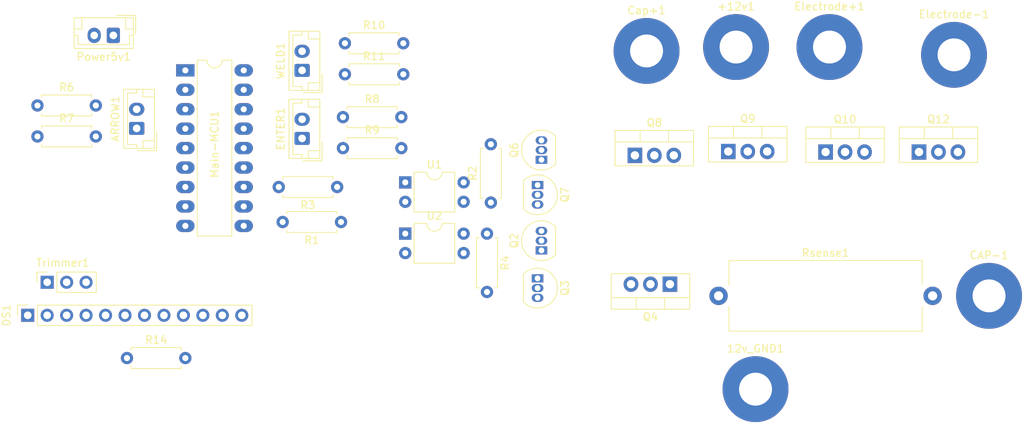
<source format=kicad_pcb>
(kicad_pcb (version 20221018) (generator pcbnew)
  (layers (0 "F.Cu" signal) (31 "B.Cu" signal) (34 "B.Paste" user) (35 "F.Paste" user) (36 "B.SilkS" user "B.Silkscreen") (37 "F.SilkS" user "F.Silkscreen") (38 "B.Mask" user) (39 "F.Mask" user) (44 "Edge.Cuts" user))
  (net 0 "")
  (net 1 "arrowkey")
  (net 2 "Net-(ARROW1-Pin_2)")
  (net 3 "+12V")
  (net 4 "GNDS")
  (net 5 "GND")
  (net 6 "+5V")
  (net 7 "Net-(DS1-VO)")
  (net 8 "RS")
  (net 9 "EN")
  (net 10 "D4")
  (net 11 "D5")
  (net 12 "D6")
  (net 13 "D7")
  (net 14 "Net-(DS1-LED(+))")
  (net 15 "enterkey")
  (net 16 "Net-(ENTER1-Pin_2)")
  (net 17 "Charging")
  (net 18 "Discharge")
  (net 19 "weldingkey")
  (net 20 "GNDA")
  (net 21 "Net-(Q2-E)")
  (net 22 "Net-(Q2-B)")
  (net 23 "Net-(Q10-G)")
  (net 24 "Net-(Q6-B)")
  (net 25 "Net-(R1-Pad1)")
  (net 26 "Net-(R3-Pad1)")
  (net 27 "Net-(WELD1-Pin_2)")
  (net 28 "/NMOS_DISCHARGE")
  (net 29 "/NMOS_CHARGE")
  (footprint "Resistor_THT:R_Axial_DIN0207_L6.3mm_D2.5mm_P7.62mm_Horizontal" (layer "F.Cu") (at 85.344 106.68)
    (fp_text reference "R9" (at 3.81 -2.37) (layer "F.SilkS"))
    (fp_text value "10k")
    (fp_line (start 0.54 -1.37) (end 7.08 -1.37) (stroke (width 0.12)) (layer "F.SilkS"))
    (fp_line (start 0.54 -1.04) (end 0.54 -1.37) (stroke (width 0.12)) (layer "F.SilkS"))
    (fp_line (start 0.54 1.04) (end 0.54 1.37) (stroke (width 0.12)) (layer "F.SilkS"))
    (fp_line (start 0.54 1.37) (end 7.08 1.37) (stroke (width 0.12)) (layer "F.SilkS"))
    (fp_line (start 7.08 -1.37) (end 7.08 -1.04) (stroke (width 0.12)) (layer "F.SilkS"))
    (fp_line (start 7.08 1.37) (end 7.08 1.04) (stroke (width 0.12)) (layer "F.SilkS"))
    (pad "1" thru_hole circle (at 0 0) (size 1.6 1.6) (drill 0.8) (layers "*.Cu" "*.Mask") (net 15 "enterkey"))
    (pad "2" thru_hole oval (at 7.62 0) (size 1.6 1.6) (drill 0.8) (layers "*.Cu" "*.Mask") (net 5 "GND"))
  )
  (footprint "MountingHole:MountingHole_4.3mm_M4_Pad" (layer "F.Cu") (at 136.652 93.472)
    (fp_text reference "+12v1" (at 0 -5.3) (layer "F.SilkS"))
    (fp_text value "Pin")
    (pad "1" thru_hole circle (at 0 0) (size 8.6 8.6) (drill 4.3) (layers "*.Cu" "*.Mask") (net 3 "+12V"))
  )
  (footprint "Resistor_THT:R_Axial_DIN0207_L6.3mm_D2.5mm_P7.62mm_Horizontal" (layer "F.Cu") (at 57.15 134.112)
    (fp_text reference "R14" (at 3.81 -2.37) (layer "F.SilkS"))
    (fp_text value "330")
    (fp_line (start 0.54 -1.37) (end 7.08 -1.37) (stroke (width 0.12)) (layer "F.SilkS"))
    (fp_line (start 0.54 -1.04) (end 0.54 -1.37) (stroke (width 0.12)) (layer "F.SilkS"))
    (fp_line (start 0.54 1.04) (end 0.54 1.37) (stroke (width 0.12)) (layer "F.SilkS"))
    (fp_line (start 0.54 1.37) (end 7.08 1.37) (stroke (width 0.12)) (layer "F.SilkS"))
    (fp_line (start 7.08 -1.37) (end 7.08 -1.04) (stroke (width 0.12)) (layer "F.SilkS"))
    (fp_line (start 7.08 1.37) (end 7.08 1.04) (stroke (width 0.12)) (layer "F.SilkS"))
    (pad "1" thru_hole circle (at 0 0) (size 1.6 1.6) (drill 0.8) (layers "*.Cu" "*.Mask") (net 6 "+5V"))
    (pad "2" thru_hole oval (at 7.62 0) (size 1.6 1.6) (drill 0.8) (layers "*.Cu" "*.Mask") (net 14 "Net-(DS1-LED(+))"))
  )
  (footprint "Resistor_THT:R_Axial_DIN0207_L6.3mm_D2.5mm_P7.62mm_Horizontal" (layer "F.Cu") (at 84.582 111.76 180)
    (fp_text reference "R3" (at 3.81 -2.37) (layer "F.SilkS"))
    (fp_text value "220")
    (fp_line (start 0.54 -1.37) (end 7.08 -1.37) (stroke (width 0.12)) (layer "F.SilkS"))
    (fp_line (start 0.54 -1.04) (end 0.54 -1.37) (stroke (width 0.12)) (layer "F.SilkS"))
    (fp_line (start 0.54 1.04) (end 0.54 1.37) (stroke (width 0.12)) (layer "F.SilkS"))
    (fp_line (start 0.54 1.37) (end 7.08 1.37) (stroke (width 0.12)) (layer "F.SilkS"))
    (fp_line (start 7.08 -1.37) (end 7.08 -1.04) (stroke (width 0.12)) (layer "F.SilkS"))
    (fp_line (start 7.08 1.37) (end 7.08 1.04) (stroke (width 0.12)) (layer "F.SilkS"))
    (pad "1" thru_hole circle (at 0 0 180) (size 1.6 1.6) (drill 0.8) (layers "*.Cu" "*.Mask") (net 26 "Net-(R3-Pad1)"))
    (pad "2" thru_hole oval (at 7.62 0 180) (size 1.6 1.6) (drill 0.8) (layers "*.Cu" "*.Mask") (net 18 "Discharge"))
  )
  (footprint "Package_TO_SOT_THT:TO-92_Inline" (layer "F.Cu") (at 111.252 120.044 90)
    (fp_text reference "Q2" (at 1.27 -3.56 90) (layer "F.SilkS"))
    (fp_text value "S8050")
    (fp_line (start -0.53 1.85) (end 3.07 1.85) (stroke (width 0.12)) (layer "F.SilkS"))
    (fp_arc (start -0.568478 1.838478) (mid -1.132087 -0.994977) (end 1.27 -2.6) (stroke (width 0.12)) (layer "F.SilkS"))
    (fp_arc (start 1.27 -2.6) (mid 3.672087 -0.994977) (end 3.108478 1.838478) (stroke (width 0.12)) (layer "F.SilkS"))
    (pad "1" thru_hole rect (at 0 0 90) (size 1.05 1.5) (drill 0.75) (layers "*.Cu" "*.Mask") (net 21 "Net-(Q2-E)"))
    (pad "2" thru_hole oval (at 1.27 0 90) (size 1.05 1.5) (drill 0.75) (layers "*.Cu" "*.Mask") (net 22 "Net-(Q2-B)"))
    (pad "3" thru_hole oval (at 2.54 0 90) (size 1.05 1.5) (drill 0.75) (layers "*.Cu" "*.Mask") (net 3 "+12V"))
  )
  (footprint "Package_TO_SOT_THT:TO-92_Inline" (layer "F.Cu") (at 111.252 108.204 90)
    (fp_text reference "Q6" (at 1.27 -3.56 90) (layer "F.SilkS"))
    (fp_text value "S8050")
    (fp_line (start -0.53 1.85) (end 3.07 1.85) (stroke (width 0.12)) (layer "F.SilkS"))
    (fp_arc (start -0.568478 1.838478) (mid -1.132087 -0.994977) (end 1.27 -2.6) (stroke (width 0.12)) (layer "F.SilkS"))
    (fp_arc (start 1.27 -2.6) (mid 3.672087 -0.994977) (end 3.108478 1.838478) (stroke (width 0.12)) (layer "F.SilkS"))
    (pad "1" thru_hole rect (at 0 0 90) (size 1.05 1.5) (drill 0.75) (layers "*.Cu" "*.Mask") (net 23 "Net-(Q10-G)"))
    (pad "2" thru_hole oval (at 1.27 0 90) (size 1.05 1.5) (drill 0.75) (layers "*.Cu" "*.Mask") (net 24 "Net-(Q6-B)"))
    (pad "3" thru_hole oval (at 2.54 0 90) (size 1.05 1.5) (drill 0.75) (layers "*.Cu" "*.Mask") (net 3 "+12V"))
  )
  (footprint "MountingHole:MountingHole_4.3mm_M4_Pad" (layer "F.Cu") (at 169.672 125.984)
    (fp_text reference "CAP-1" (at 0 -5.3) (layer "F.SilkS"))
    (fp_text value "Pin")
    (pad "1" thru_hole circle (at 0 0) (size 8.6 8.6) (drill 4.3) (layers "*.Cu" "*.Mask") (net 4 "GNDS"))
  )
  (footprint "Package_TO_SOT_THT:TO-220-3_Vertical" (layer "F.Cu") (at 135.636 107.117)
    (fp_text reference "Q9" (at 2.54 -4.27) (layer "F.SilkS"))
    (fp_text value "IRF1405")
    (fp_line (start -2.58 -3.27) (end -2.58 1.371) (stroke (width 0.12)) (layer "F.SilkS"))
    (fp_line (start -2.58 -3.27) (end 7.66 -3.27) (stroke (width 0.12)) (layer "F.SilkS"))
    (fp_line (start -2.58 -1.76) (end 7.66 -1.76) (stroke (width 0.12)) (layer "F.SilkS"))
    (fp_line (start -2.58 1.371) (end 7.66 1.371) (stroke (width 0.12)) (layer "F.SilkS"))
    (fp_line (start 0.69 -3.27) (end 0.69 -1.76) (stroke (width 0.12)) (layer "F.SilkS"))
    (fp_line (start 4.391 -3.27) (end 4.391 -1.76) (stroke (width 0.12)) (layer "F.SilkS"))
    (fp_line (start 7.66 -3.27) (end 7.66 1.371) (stroke (width 0.12)) (layer "F.SilkS"))
    (pad "1" thru_hole rect (at 0 0) (size 1.905 2) (drill 1.1) (layers "*.Cu" "*.Mask") (net 28 "/NMOS_DISCHARGE"))
    (pad "2" thru_hole oval (at 2.54 0) (size 1.905 2) (drill 1.1) (layers "*.Cu" "*.Mask") (net 23 "Net-(Q10-G)"))
    (pad "3" thru_hole oval (at 5.08 0) (size 1.905 2) (drill 1.1) (layers "*.Cu" "*.Mask") (net 4 "GNDS"))
  )
  (footprint "Package_TO_SOT_THT:TO-220-3_Vertical" (layer "F.Cu") (at 148.336 107.188)
    (fp_text reference "Q10" (at 2.54 -4.27) (layer "F.SilkS"))
    (fp_text value "IRF1405")
    (fp_line (start -2.58 -3.27) (end -2.58 1.371) (stroke (width 0.12)) (layer "F.SilkS"))
    (fp_line (start -2.58 -3.27) (end 7.66 -3.27) (stroke (width 0.12)) (layer "F.SilkS"))
    (fp_line (start -2.58 -1.76) (end 7.66 -1.76) (stroke (width 0.12)) (layer "F.SilkS"))
    (fp_line (start -2.58 1.371) (end 7.66 1.371) (stroke (width 0.12)) (layer "F.SilkS"))
    (fp_line (start 0.69 -3.27) (end 0.69 -1.76) (stroke (width 0.12)) (layer "F.SilkS"))
    (fp_line (start 4.391 -3.27) (end 4.391 -1.76) (stroke (width 0.12)) (layer "F.SilkS"))
    (fp_line (start 7.66 -3.27) (end 7.66 1.371) (stroke (width 0.12)) (layer "F.SilkS"))
    (pad "1" thru_hole rect (at 0 0) (size 1.905 2) (drill 1.1) (layers "*.Cu" "*.Mask") (net 28 "/NMOS_DISCHARGE"))
    (pad "2" thru_hole oval (at 2.54 0) (size 1.905 2) (drill 1.1) (layers "*.Cu" "*.Mask") (net 23 "Net-(Q10-G)"))
    (pad "3" thru_hole oval (at 5.08 0) (size 1.905 2) (drill 1.1) (layers "*.Cu" "*.Mask") (net 4 "GNDS"))
  )
  (footprint "Package_TO_SOT_THT:TO-92_Inline" (layer "F.Cu") (at 110.744 123.698 -90)
    (fp_text reference "Q3" (at 1.27 -3.56 90) (layer "F.SilkS"))
    (fp_text value "S8550")
    (fp_line (start -0.53 1.85) (end 3.07 1.85) (stroke (width 0.12)) (layer "F.SilkS"))
    (fp_arc (start -0.568478 1.838478) (mid -1.132087 -0.994977) (end 1.27 -2.6) (stroke (width 0.12)) (layer "F.SilkS"))
    (fp_arc (start 1.27 -2.6) (mid 3.672087 -0.994977) (end 3.108478 1.838478) (stroke (width 0.12)) (layer "F.SilkS"))
    (pad "1" thru_hole rect (at 0 0 270) (size 1.05 1.5) (drill 0.75) (layers "*.Cu" "*.Mask") (net 21 "Net-(Q2-E)"))
    (pad "2" thru_hole oval (at 1.27 0 270) (size 1.05 1.5) (drill 0.75) (layers "*.Cu" "*.Mask") (net 22 "Net-(Q2-B)"))
    (pad "3" thru_hole oval (at 2.54 0 270) (size 1.05 1.5) (drill 0.75) (layers "*.Cu" "*.Mask") (net 20 "GNDA"))
  )
  (footprint "Resistor_THT:R_Axial_DIN0207_L6.3mm_D2.5mm_P7.62mm_Horizontal" (layer "F.Cu") (at 45.466 101.106)
    (fp_text reference "R6" (at 3.81 -2.37) (layer "F.SilkS"))
    (fp_text value "1k")
    (fp_line (start 0.54 -1.37) (end 7.08 -1.37) (stroke (width 0.12)) (layer "F.SilkS"))
    (fp_line (start 0.54 -1.04) (end 0.54 -1.37) (stroke (width 0.12)) (layer "F.SilkS"))
    (fp_line (start 0.54 1.04) (end 0.54 1.37) (stroke (width 0.12)) (layer "F.SilkS"))
    (fp_line (start 0.54 1.37) (end 7.08 1.37) (stroke (width 0.12)) (layer "F.SilkS"))
    (fp_line (start 7.08 -1.37) (end 7.08 -1.04) (stroke (width 0.12)) (layer "F.SilkS"))
    (fp_line (start 7.08 1.37) (end 7.08 1.04) (stroke (width 0.12)) (layer "F.SilkS"))
    (pad "1" thru_hole circle (at 0 0) (size 1.6 1.6) (drill 0.8) (layers "*.Cu" "*.Mask") (net 6 "+5V"))
    (pad "2" thru_hole oval (at 7.62 0) (size 1.6 1.6) (drill 0.8) (layers "*.Cu" "*.Mask") (net 2 "Net-(ARROW1-Pin_2)"))
  )
  (footprint "Package_TO_SOT_THT:TO-220-3_Vertical" (layer "F.Cu") (at 160.528 107.188)
    (fp_text reference "Q12" (at 2.54 -4.27) (layer "F.SilkS"))
    (fp_text value "IRF1405")
    (fp_line (start -2.58 -3.27) (end -2.58 1.371) (stroke (width 0.12)) (layer "F.SilkS"))
    (fp_line (start -2.58 -3.27) (end 7.66 -3.27) (stroke (width 0.12)) (layer "F.SilkS"))
    (fp_line (start -2.58 -1.76) (end 7.66 -1.76) (stroke (width 0.12)) (layer "F.SilkS"))
    (fp_line (start -2.58 1.371) (end 7.66 1.371) (stroke (width 0.12)) (layer "F.SilkS"))
    (fp_line (start 0.69 -3.27) (end 0.69 -1.76) (stroke (width 0.12)) (layer "F.SilkS"))
    (fp_line (start 4.391 -3.27) (end 4.391 -1.76) (stroke (width 0.12)) (layer "F.SilkS"))
    (fp_line (start 7.66 -3.27) (end 7.66 1.371) (stroke (width 0.12)) (layer "F.SilkS"))
    (pad "1" thru_hole rect (at 0 0) (size 1.905 2) (drill 1.1) (layers "*.Cu" "*.Mask") (net 28 "/NMOS_DISCHARGE"))
    (pad "2" thru_hole oval (at 2.54 0) (size 1.905 2) (drill 1.1) (layers "*.Cu" "*.Mask") (net 23 "Net-(Q10-G)"))
    (pad "3" thru_hole oval (at 5.08 0) (size 1.905 2) (drill 1.1) (layers "*.Cu" "*.Mask") (net 4 "GNDS"))
  )
  (footprint "Package_TO_SOT_THT:TO-220-3_Vertical" (layer "F.Cu") (at 123.444 107.625)
    (fp_text reference "Q8" (at 2.54 -4.27) (layer "F.SilkS"))
    (fp_text value "IRF1405")
    (fp_line (start -2.58 -3.27) (end -2.58 1.371) (stroke (width 0.12)) (layer "F.SilkS"))
    (fp_line (start -2.58 -3.27) (end 7.66 -3.27) (stroke (width 0.12)) (layer "F.SilkS"))
    (fp_line (start -2.58 -1.76) (end 7.66 -1.76) (stroke (width 0.12)) (layer "F.SilkS"))
    (fp_line (start -2.58 1.371) (end 7.66 1.371) (stroke (width 0.12)) (layer "F.SilkS"))
    (fp_line (start 0.69 -3.27) (end 0.69 -1.76) (stroke (width 0.12)) (layer "F.SilkS"))
    (fp_line (start 4.391 -3.27) (end 4.391 -1.76) (stroke (width 0.12)) (layer "F.SilkS"))
    (fp_line (start 7.66 -3.27) (end 7.66 1.371) (stroke (width 0.12)) (layer "F.SilkS"))
    (pad "1" thru_hole rect (at 0 0) (size 1.905 2) (drill 1.1) (layers "*.Cu" "*.Mask") (net 28 "/NMOS_DISCHARGE"))
    (pad "2" thru_hole oval (at 2.54 0) (size 1.905 2) (drill 1.1) (layers "*.Cu" "*.Mask") (net 23 "Net-(Q10-G)"))
    (pad "3" thru_hole oval (at 5.08 0) (size 1.905 2) (drill 1.1) (layers "*.Cu" "*.Mask") (net 4 "GNDS"))
  )
  (footprint "Resistor_THT:R_Axial_DIN0207_L6.3mm_D2.5mm_P7.62mm_Horizontal" (layer "F.Cu") (at 85.09 116.332 180)
    (fp_text reference "R1" (at 3.81 -2.37) (layer "F.SilkS"))
    (fp_text value "220")
    (fp_line (start 0.54 -1.37) (end 7.08 -1.37) (stroke (width 0.12)) (layer "F.SilkS"))
    (fp_line (start 0.54 -1.04) (end 0.54 -1.37) (stroke (width 0.12)) (layer "F.SilkS"))
    (fp_line (start 0.54 1.04) (end 0.54 1.37) (stroke (width 0.12)) (layer "F.SilkS"))
    (fp_line (start 0.54 1.37) (end 7.08 1.37) (stroke (width 0.12)) (layer "F.SilkS"))
    (fp_line (start 7.08 -1.37) (end 7.08 -1.04) (stroke (width 0.12)) (layer "F.SilkS"))
    (fp_line (start 7.08 1.37) (end 7.08 1.04) (stroke (width 0.12)) (layer "F.SilkS"))
    (pad "1" thru_hole circle (at 0 0 180) (size 1.6 1.6) (drill 0.8) (layers "*.Cu" "*.Mask") (net 25 "Net-(R1-Pad1)"))
    (pad "2" thru_hole oval (at 7.62 0 180) (size 1.6 1.6) (drill 0.8) (layers "*.Cu" "*.Mask") (net 17 "Charging"))
  )
  (footprint "Resistor_THT:R_Axial_DIN0207_L6.3mm_D2.5mm_P7.62mm_Horizontal" (layer "F.Cu") (at 45.466 105.156)
    (fp_text reference "R7" (at 3.81 -2.37) (layer "F.SilkS"))
    (fp_text value "10k")
    (fp_line (start 0.54 -1.37) (end 7.08 -1.37) (stroke (width 0.12)) (layer "F.SilkS"))
    (fp_line (start 0.54 -1.04) (end 0.54 -1.37) (stroke (width 0.12)) (layer "F.SilkS"))
    (fp_line (start 0.54 1.04) (end 0.54 1.37) (stroke (width 0.12)) (layer "F.SilkS"))
    (fp_line (start 0.54 1.37) (end 7.08 1.37) (stroke (width 0.12)) (layer "F.SilkS"))
    (fp_line (start 7.08 -1.37) (end 7.08 -1.04) (stroke (width 0.12)) (layer "F.SilkS"))
    (fp_line (start 7.08 1.37) (end 7.08 1.04) (stroke (width 0.12)) (layer "F.SilkS"))
    (pad "1" thru_hole circle (at 0 0) (size 1.6 1.6) (drill 0.8) (layers "*.Cu" "*.Mask") (net 1 "arrowkey"))
    (pad "2" thru_hole oval (at 7.62 0) (size 1.6 1.6) (drill 0.8) (layers "*.Cu" "*.Mask") (net 5 "GND"))
  )
  (footprint "Connector_JST:JST_EH_B2B-EH-A_1x02_P2.50mm_Vertical" (layer "F.Cu") (at 55.372 91.948 180)
    (fp_text reference "Power5v1" (at 1.25 -2.8) (layer "F.SilkS"))
    (fp_text value "JST-2P")
    (fp_line (start -2.91 0.11) (end -2.91 2.61) (stroke (width 0.12)) (layer "F.SilkS"))
    (fp_line (start -2.91 2.61) (end -0.41 2.61) (stroke (width 0.12)) (layer "F.SilkS"))
    (fp_line (start -2.61 -1.71) (end -2.61 2.31) (stroke (width 0.12)) (layer "F.SilkS"))
    (fp_line (start -2.61 0) (end -2.11 0) (stroke (width 0.12)) (layer "F.SilkS"))
    (fp_line (start -2.61 0.81) (end -1.61 0.81) (stroke (width 0.12)) (layer "F.SilkS"))
    (fp_line (start -2.61 2.31) (end 5.11 2.31) (stroke (width 0.12)) (layer "F.SilkS"))
    (fp_line (start -2.11 -1.21) (end 4.61 -1.21) (stroke (width 0.12)) (layer "F.SilkS"))
    (fp_line (start -2.11 0) (end -2.11 -1.21) (stroke (width 0.12)) (layer "F.SilkS"))
    (fp_line (start -1.61 0.81) (end -1.61 2.31) (stroke (width 0.12)) (layer "F.SilkS"))
    (fp_line (start 4.11 0.81) (end 4.11 2.31) (stroke (width 0.12)) (layer "F.SilkS"))
    (fp_line (start 4.61 -1.21) (end 4.61 0) (stroke (width 0.12)) (layer "F.SilkS"))
    (fp_line (start 4.61 0) (end 5.11 0) (stroke (width 0.12)) (layer "F.SilkS"))
    (fp_line (start 5.11 -1.71) (end -2.61 -1.71) (stroke (width 0.12)) (layer "F.SilkS"))
    (fp_line (start 5.11 0.81) (end 4.11 0.81) (stroke (width 0.12)) (layer "F.SilkS"))
    (fp_line (start 5.11 2.31) (end 5.11 -1.71) (stroke (width 0.12)) (layer "F.SilkS"))
    (pad "1" thru_hole roundrect (at 0 0 180) (size 1.7 2) (drill 1) (layers "*.Cu" "*.Mask") (roundrect_rratio 0.147059) (net 6 "+5V"))
    (pad "2" thru_hole oval (at 2.5 0 180) (size 1.7 2) (drill 1) (layers "*.Cu" "*.Mask") (net 5 "GND"))
  )
  (footprint "Package_DIP:DIP-18_W7.62mm_LongPads" (layer "F.Cu") (at 64.77 96.52)
    (fp_text reference "Main-MCU1" (at 3.81 9.652 90) (layer "F.SilkS"))
    (fp_text value "PIC16F628A-IP")
    (fp_line (start 1.56 -1.33) (end 1.56 21.65) (stroke (width 0.12)) (layer "F.SilkS"))
    (fp_line (start 1.56 21.65) (end 6.06 21.65) (stroke (width 0.12)) (layer "F.SilkS"))
    (fp_line (start 2.81 -1.33) (end 1.56 -1.33) (stroke (width 0.12)) (layer "F.SilkS"))
    (fp_line (start 6.06 -1.33) (end 4.81 -1.33) (stroke (width 0.12)) (layer "F.SilkS"))
    (fp_line (start 6.06 21.65) (end 6.06 -1.33) (stroke (width 0.12)) (layer "F.SilkS"))
    (fp_arc (start 4.81 -1.33) (mid 3.81 -0.33) (end 2.81 -1.33) (stroke (width 0.12)) (layer "F.SilkS"))
    (pad "1" thru_hole rect (at 0 0) (size 2.4 1.6) (drill 0.8) (layers "*.Cu" "*.Mask"))
    (pad "2" thru_hole oval (at 0 2.54) (size 2.4 1.6) (drill 0.8) (layers "*.Cu" "*.Mask"))
    (pad "3" thru_hole oval (at 0 5.08) (size 2.4 1.6) (drill 0.8) (layers "*.Cu" "*.Mask"))
    (pad "4" thru_hole oval (at 0 7.62) (size 2.4 1.6) (drill 0.8) (layers "*.Cu" "*.Mask") (net 1 "arrowkey"))
    (pad "5" thru_hole oval (at 0 10.16) (size 2.4 1.6) (drill 0.8) (layers "*.Cu" "*.Mask") (net 5 "GND"))
    (pad "6" thru_hole oval (at 0 12.7) (size 2.4 1.6) (drill 0.8) (layers "*.Cu" "*.Mask") (net 10 "D4"))
    (pad "7" thru_hole oval (at 0 15.24) (size 2.4 1.6) (drill 0.8) (layers "*.Cu" "*.Mask") (net 11 "D5"))
    (pad "8" thru_hole oval (at 0 17.78) (size 2.4 1.6) (drill 0.8) (layers "*.Cu" "*.Mask") (net 12 "D6"))
    (pad "9" thru_hole oval (at 0 20.32) (size 2.4 1.6) (drill 0.8) (layers "*.Cu" "*.Mask") (net 13 "D7"))
    (pad "10" thru_hole oval (at 7.62 20.32) (size 2.4 1.6) (drill 0.8) (layers "*.Cu" "*.Mask") (net 9 "EN"))
    (pad "11" thru_hole oval (at 7.62 17.78) (size 2.4 1.6) (drill 0.8) (layers "*.Cu" "*.Mask") (net 8 "RS"))
    (pad "12" thru_hole oval (at 7.62 15.24) (size 2.4 1.6) (drill 0.8) (layers "*.Cu" "*.Mask") (net 17 "Charging"))
    (pad "13" thru_hole oval (at 7.62 12.7) (size 2.4 1.6) (drill 0.8) (layers "*.Cu" "*.Mask") (net 18 "Discharge"))
    (pad "14" thru_hole oval (at 7.62 10.16) (size 2.4 1.6) (drill 0.8) (layers "*.Cu" "*.Mask") (net 6 "+5V"))
    (pad "15" thru_hole oval (at 7.62 7.62) (size 2.4 1.6) (drill 0.8) (layers "*.Cu" "*.Mask") (net 15 "enterkey"))
    (pad "16" thru_hole oval (at 7.62 5.08) (size 2.4 1.6) (drill 0.8) (layers "*.Cu" "*.Mask") (net 19 "weldingkey"))
    (pad "17" thru_hole oval (at 7.62 2.54) (size 2.4 1.6) (drill 0.8) (layers "*.Cu" "*.Mask"))
    (pad "18" thru_hole oval (at 7.62 0) (size 2.4 1.6) (drill 0.8) (layers "*.Cu" "*.Mask"))
  )
  (footprint "Resistor_THT:R_Axial_DIN0207_L6.3mm_D2.5mm_P7.62mm_Horizontal" (layer "F.Cu") (at 85.344 102.63)
    (fp_text reference "R8" (at 3.81 -2.37) (layer "F.SilkS"))
    (fp_text value "1k")
    (fp_line (start 0.54 -1.37) (end 7.08 -1.37) (stroke (width 0.12)) (layer "F.SilkS"))
    (fp_line (start 0.54 -1.04) (end 0.54 -1.37) (stroke (width 0.12)) (layer "F.SilkS"))
    (fp_line (start 0.54 1.04) (end 0.54 1.37) (stroke (width 0.12)) (layer "F.SilkS"))
    (fp_line (start 0.54 1.37) (end 7.08 1.37) (stroke (width 0.12)) (layer "F.SilkS"))
    (fp_line (start 7.08 -1.37) (end 7.08 -1.04) (stroke (width 0.12)) (layer "F.SilkS"))
    (fp_line (start 7.08 1.37) (end 7.08 1.04) (stroke (width 0.12)) (layer "F.SilkS"))
    (pad "1" thru_hole circle (at 0 0) (size 1.6 1.6) (drill 0.8) (layers "*.Cu" "*.Mask") (net 6 "+5V"))
    (pad "2" thru_hole oval (at 7.62 0) (size 1.6 1.6) (drill 0.8) (layers "*.Cu" "*.Mask") (net 16 "Net-(ENTER1-Pin_2)"))
  )
  (footprint "Connector_PinSocket_2.54mm:PinSocket_1x12_P2.54mm_Vertical" (layer "F.Cu") (at 44.196 128.524 90)
    (fp_text reference "DS1" (at 0 -2.77 90) (layer "F.SilkS"))
    (fp_text value "WC1602A")
    (fp_line (start -1.33 1.27) (end -1.33 29.27) (stroke (width 0.12)) (layer "F.SilkS"))
    (fp_line (start -1.33 1.27) (end 1.33 1.27) (stroke (width 0.12)) (layer "F.SilkS"))
    (fp_line (start -1.33 29.27) (end 1.33 29.27) (stroke (width 0.12)) (layer "F.SilkS"))
    (fp_line (start 0 -1.33) (end 1.33 -1.33) (stroke (width 0.12)) (layer "F.SilkS"))
    (fp_line (start 1.33 -1.33) (end 1.33 0) (stroke (width 0.12)) (layer "F.SilkS"))
    (fp_line (start 1.33 1.27) (end 1.33 29.27) (stroke (width 0.12)) (layer "F.SilkS"))
    (pad "1" thru_hole rect (at 0 0 90) (size 1.7 1.7) (drill 1) (layers "*.Cu" "*.Mask") (net 5 "GND"))
    (pad "2" thru_hole oval (at 0 2.54 90) (size 1.7 1.7) (drill 1) (layers "*.Cu" "*.Mask") (net 6 "+5V"))
    (pad "3" thru_hole oval (at 0 5.08 90) (size 1.7 1.7) (drill 1) (layers "*.Cu" "*.Mask") (net 7 "Net-(DS1-VO)"))
    (pad "4" thru_hole oval (at 0 7.62 90) (size 1.7 1.7) (drill 1) (layers "*.Cu" "*.Mask") (net 8 "RS"))
    (pad "5" thru_hole oval (at 0 10.16 90) (size 1.7 1.7) (drill 1) (layers "*.Cu" "*.Mask") (net 5 "GND"))
    (pad "6" thru_hole oval (at 0 12.7 90) (size 1.7 1.7) (drill 1) (layers "*.Cu" "*.Mask") (net 9 "EN"))
    (pad "7" thru_hole oval (at 0 15.24 90) (size 1.7 1.7) (drill 1) (layers "*.Cu" "*.Mask") (net 10 "D4"))
    (pad "8" thru_hole oval (at 0 17.78 90) (size 1.7 1.7) (drill 1) (layers "*.Cu" "*.Mask") (net 11 "D5"))
    (pad "9" thru_hole oval (at 0 20.32 90) (size 1.7 1.7) (drill 1) (layers "*.Cu" "*.Mask") (net 12 "D6"))
    (pad "10" thru_hole oval (at 0 22.86 90) (size 1.7 1.7) (drill 1) (layers "*.Cu" "*.Mask") (net 13 "D7"))
    (pad "11" thru_hole oval (at 0 25.4 90) (size 1.7 1.7) (drill 1) (layers "*.Cu" "*.Mask") (net 14 "Net-(DS1-LED(+))"))
    (pad "12" thru_hole oval (at 0 27.94 90) (size 1.7 1.7) (drill 1) (layers "*.Cu" "*.Mask") (net 5 "GND"))
  )
  (footprint "MountingHole:MountingHole_4.3mm_M4_Pad" (layer "F.Cu") (at 139.192 138.176)
    (fp_text reference "12v_GND1" (at 0 -5.3) (layer "F.SilkS"))
    (fp_text value "Pin")
    (pad "1" thru_hole circle (at 0 0) (size 8.6 8.6) (drill 4.3) (layers "*.Cu" "*.Mask") (net 20 "GNDA"))
  )
  (footprint "Resistor_THT:R_Axial_Power_L25.0mm_W9.0mm_P27.94mm" (layer "F.Cu") (at 134.366 125.984)
    (fp_text reference "Rsense1" (at 13.97 -5.62) (layer "F.SilkS"))
    (fp_text value "1")
    (fp_line (start 1.35 -4.62) (end 26.59 -4.62) (stroke (width 0.12)) (layer "F.SilkS"))
    (fp_line (start 1.35 -1.44) (end 1.35 -4.62) (stroke (width 0.12)) (layer "F.SilkS"))
    (fp_line (start 1.35 1.44) (end 1.35 4.62) (stroke (width 0.12)) (layer "F.SilkS"))
    (fp_line (start 1.35 4.62) (end 26.59 4.62) (stroke (width 0.12)) (layer "F.SilkS"))
    (fp_line (start 26.59 -4.62) (end 26.59 -1.44) (stroke (width 0.12)) (layer "F.SilkS"))
    (fp_line (start 26.59 4.62) (end 26.59 1.44) (stroke (width 0.12)) (layer "F.SilkS"))
    (pad "1" thru_hole circle (at 0 0) (size 2.4 2.4) (drill 1.2) (layers "*.Cu" "*.Mask") (net 29 "/NMOS_CHARGE"))
    (pad "2" thru_hole oval (at 27.94 0) (size 2.4 2.4) (drill 1.2) (layers "*.Cu" "*.Mask") (net 4 "GNDS"))
  )
  (footprint "Resistor_THT:R_Axial_DIN0207_L6.3mm_D2.5mm_P7.62mm_Horizontal" (layer "F.Cu") (at 85.598 97.028)
    (fp_text reference "R11" (at 3.81 -2.37) (layer "F.SilkS"))
    (fp_text value "10k")
    (fp_line (start 0.54 -1.37) (end 7.08 -1.37) (stroke (width 0.12)) (layer "F.SilkS"))
    (fp_line (start 0.54 -1.04) (end 0.54 -1.37) (stroke (width 0.12)) (layer "F.SilkS"))
    (fp_line (start 0.54 1.04) (end 0.54 1.37) (stroke (width 0.12)) (layer "F.SilkS"))
    (fp_line (start 0.54 1.37) (end 7.08 1.37) (stroke (width 0.12)) (layer "F.SilkS"))
    (fp_line (start 7.08 -1.37) (end 7.08 -1.04) (stroke (width 0.12)) (layer "F.SilkS"))
    (fp_line (start 7.08 1.37) (end 7.08 1.04) (stroke (width 0.12)) (layer "F.SilkS"))
    (pad "1" thru_hole circle (at 0 0) (size 1.6 1.6) (drill 0.8) (layers "*.Cu" "*.Mask") (net 19 "weldingkey"))
    (pad "2" thru_hole oval (at 7.62 0) (size 1.6 1.6) (drill 0.8) (layers "*.Cu" "*.Mask") (net 5 "GND"))
  )
  (footprint "Resistor_THT:R_Axial_DIN0207_L6.3mm_D2.5mm_P7.62mm_Horizontal" (layer "F.Cu") (at 104.648 113.792 90)
    (fp_text reference "R2" (at 3.81 -2.37 90) (layer "F.SilkS"))
    (fp_text value "1k")
    (fp_line (start 0.54 -1.37) (end 7.08 -1.37) (stroke (width 0.12)) (layer "F.SilkS"))
    (fp_line (start 0.54 -1.04) (end 0.54 -1.37) (stroke (width 0.12)) (layer "F.SilkS"))
    (fp_line (start 0.54 1.04) (end 0.54 1.37) (stroke (width 0.12)) (layer "F.SilkS"))
    (fp_line (start 0.54 1.37) (end 7.08 1.37) (stroke (width 0.12)) (layer "F.SilkS"))
    (fp_line (start 7.08 -1.37) (end 7.08 -1.04) (stroke (width 0.12)) (layer "F.SilkS"))
    (fp_line (start 7.08 1.37) (end 7.08 1.04) (stroke (width 0.12)) (layer "F.SilkS"))
    (pad "1" thru_hole circle (at 0 0 90) (size 1.6 1.6) (drill 0.8) (layers "*.Cu" "*.Mask") (net 3 "+12V"))
    (pad "2" thru_hole oval (at 7.62 0 90) (size 1.6 1.6) (drill 0.8) (layers "*.Cu" "*.Mask") (net 22 "Net-(Q2-B)"))
  )
  (footprint "Package_DIP:DIP-4_W7.62mm" (layer "F.Cu") (at 93.472 117.856)
    (fp_text reference "U2" (at 3.81 -2.33) (layer "F.SilkS"))
    (fp_text value "PC817")
    (fp_line (start 1.16 -1.33) (end 1.16 3.87) (stroke (width 0.12)) (layer "F.SilkS"))
    (fp_line (start 1.16 3.87) (end 6.46 3.87) (stroke (width 0.12)) (layer "F.SilkS"))
    (fp_line (start 2.81 -1.33) (end 1.16 -1.33) (stroke (width 0.12)) (layer "F.SilkS"))
    (fp_line (start 6.46 -1.33) (end 4.81 -1.33) (stroke (width 0.12)) (layer "F.SilkS"))
    (fp_line (start 6.46 3.87) (end 6.46 -1.33) (stroke (width 0.12)) (layer "F.SilkS"))
    (fp_arc (start 4.81 -1.33) (mid 3.81 -0.33) (end 2.81 -1.33) (stroke (width 0.12)) (layer "F.SilkS"))
    (pad "1" thru_hole rect (at 0 0) (size 1.6 1.6) (drill 0.8) (layers "*.Cu" "*.Mask") (net 25 "Net-(R1-Pad1)"))
    (pad "2" thru_hole oval (at 0 2.54) (size 1.6 1.6) (drill 0.8) (layers "*.Cu" "*.Mask") (net 5 "GND"))
    (pad "3" thru_hole oval (at 7.62 2.54) (size 1.6 1.6) (drill 0.8) (layers "*.Cu" "*.Mask") (net 20 "GNDA"))
    (pad "4" thru_hole oval (at 7.62 0) (size 1.6 1.6) (drill 0.8) (layers "*.Cu" "*.Mask") (net 22 "Net-(Q2-B)"))
  )
  (footprint "MountingHole:MountingHole_4.3mm_M4_Pad" (layer "F.Cu") (at 165.1 94.488)
    (fp_text reference "Electrode-1" (at 0 -5.3) (layer "F.SilkS"))
    (fp_text value "Pin")
    (pad "1" thru_hole circle (at 0 0) (size 8.6 8.6) (drill 4.3) (layers "*.Cu" "*.Mask") (net 28 "/NMOS_DISCHARGE"))
  )
  (footprint "Package_TO_SOT_THT:TO-220-3_Vertical" (layer "F.Cu") (at 128.016 124.46 180)
    (fp_text reference "Q4" (at 2.54 -4.27) (layer "F.SilkS"))
    (fp_text value "IRF1405")
    (fp_line (start -2.58 -3.27) (end -2.58 1.371) (stroke (width 0.12)) (layer "F.SilkS"))
    (fp_line (start -2.58 -3.27) (end 7.66 -3.27) (stroke (width 0.12)) (layer "F.SilkS"))
    (fp_line (start -2.58 -1.76) (end 7.66 -1.76) (stroke (width 0.12)) (layer "F.SilkS"))
    (fp_line (start -2.58 1.371) (end 7.66 1.371) (stroke (width 0.12)) (layer "F.SilkS"))
    (fp_line (start 0.69 -3.27) (end 0.69 -1.76) (stroke (width 0.12)) (layer "F.SilkS"))
    (fp_line (start 4.391 -3.27) (end 4.391 -1.76) (stroke (width 0.12)) (layer "F.SilkS"))
    (fp_line (start 7.66 -3.27) (end 7.66 1.371) (stroke (width 0.12)) (layer "F.SilkS"))
    (pad "1" thru_hole rect (at 0 0 180) (size 1.905 2) (drill 1.1) (layers "*.Cu" "*.Mask") (net 29 "/NMOS_CHARGE"))
    (pad "2" thru_hole oval (at 2.54 0 180) (size 1.905 2) (drill 1.1) (layers "*.Cu" "*.Mask") (net 21 "Net-(Q2-E)"))
    (pad "3" thru_hole oval (at 5.08 0 180) (size 1.905 2) (drill 1.1) (layers "*.Cu" "*.Mask") (net 20 "GNDA"))
  )
  (footprint "Connector_JST:JST_EH_B2B-EH-A_1x02_P2.50mm_Vertical" (layer "F.Cu") (at 58.42 104.1 90)
    (fp_text reference "ARROW1" (at 1.25 -2.8 90) (layer "F.SilkS"))
    (fp_text value "JST-2P")
    (fp_line (start -2.91 0.11) (end -2.91 2.61) (stroke (width 0.12)) (layer "F.SilkS"))
    (fp_line (start -2.91 2.61) (end -0.41 2.61) (stroke (width 0.12)) (layer "F.SilkS"))
    (fp_line (start -2.61 -1.71) (end -2.61 2.31) (stroke (width 0.12)) (layer "F.SilkS"))
    (fp_line (start -2.61 0) (end -2.11 0) (stroke (width 0.12)) (layer "F.SilkS"))
    (fp_line (start -2.61 0.81) (end -1.61 0.81) (stroke (width 0.12)) (layer "F.SilkS"))
    (fp_line (start -2.61 2.31) (end 5.11 2.31) (stroke (width 0.12)) (layer "F.SilkS"))
    (fp_line (start -2.11 -1.21) (end 4.61 -1.21) (stroke (width 0.12)) (layer "F.SilkS"))
    (fp_line (start -2.11 0) (end -2.11 -1.21) (stroke (width 0.12)) (layer "F.SilkS"))
    (fp_line (start -1.61 0.81) (end -1.61 2.31) (stroke (width 0.12)) (layer "F.SilkS"))
    (fp_line (start 4.11 0.81) (end 4.11 2.31) (stroke (width 0.12)) (layer "F.SilkS"))
    (fp_line (start 4.61 -1.21) (end 4.61 0) (stroke (width 0.12)) (layer "F.SilkS"))
    (fp_line (start 4.61 0) (end 5.11 0) (stroke (width 0.12)) (layer "F.SilkS"))
    (fp_line (start 5.11 -1.71) (end -2.61 -1.71) (stroke (width 0.12)) (layer "F.SilkS"))
    (fp_line (start 5.11 0.81) (end 4.11 0.81) (stroke (width 0.12)) (layer "F.SilkS"))
    (fp_line (start 5.11 2.31) (end 5.11 -1.71) (stroke (width 0.12)) (layer "F.SilkS"))
    (pad "1" thru_hole roundrect (at 0 0 90) (size 1.7 2) (drill 1) (layers "*.Cu" "*.Mask") (roundrect_rratio 0.147059) (net 1 "arrowkey"))
    (pad "2" thru_hole oval (at 2.5 0 90) (size 1.7 2) (drill 1) (layers "*.Cu" "*.Mask") (net 2 "Net-(ARROW1-Pin_2)"))
  )
  (footprint "Resistor_THT:R_Axial_DIN0207_L6.3mm_D2.5mm_P7.62mm_Horizontal" (layer "F.Cu") (at 85.598 92.978)
    (fp_text reference "R10" (at 3.81 -2.37) (layer "F.SilkS"))
    (fp_text value "1k")
    (fp_line (start 0.54 -1.37) (end 7.08 -1.37) (stroke (width 0.12)) (layer "F.SilkS"))
    (fp_line (start 0.54 -1.04) (end 0.54 -1.37) (stroke (width 0.12)) (layer "F.SilkS"))
    (fp_line (start 0.54 1.04) (end 0.54 1.37) (stroke (width 0.12)) (layer "F.SilkS"))
    (fp_line (start 0.54 1.37) (end 7.08 1.37) (stroke (width 0.12)) (layer "F.SilkS"))
    (fp_line (start 7.08 -1.37) (end 7.08 -1.04) (stroke (width 0.12)) (layer "F.SilkS"))
    (fp_line (start 7.08 1.37) (end 7.08 1.04) (stroke (width 0.12)) (layer "F.SilkS"))
    (pad "1" thru_hole circle (at 0 0) (size 1.6 1.6) (drill 0.8) (layers "*.Cu" "*.Mask") (net 6 "+5V"))
    (pad "2" thru_hole oval (at 7.62 0) (size 1.6 1.6) (drill 0.8) (layers "*.Cu" "*.Mask") (net 27 "Net-(WELD1-Pin_2)"))
  )
  (footprint "Package_DIP:DIP-4_W7.62mm" (layer "F.Cu") (at 93.472 111.156)
    (fp_text reference "U1" (at 3.81 -2.33) (layer "F.SilkS"))
    (fp_text value "PC817")
    (fp_line (start 1.16 -1.33) (end 1.16 3.87) (stroke (width 0.12)) (layer "F.SilkS"))
    (fp_line (start 1.16 3.87) (end 6.46 3.87) (stroke (width 0.12)) (layer "F.SilkS"))
    (fp_line (start 2.81 -1.33) (end 1.16 -1.33) (stroke (width 0.12)) (layer "F.SilkS"))
    (fp_line (start 6.46 -1.33) (end 4.81 -1.33) (stroke (width 0.12)) (layer "F.SilkS"))
    (fp_line (start 6.46 3.87) (end 6.46 -1.33) (stroke (width 0.12)) (layer "F.SilkS"))
    (fp_arc (start 4.81 -1.33) (mid 3.81 -0.33) (end 2.81 -1.33) (stroke (width 0.12)) (layer "F.SilkS"))
    (pad "1" thru_hole rect (at 0 0) (size 1.6 1.6) (drill 0.8) (layers "*.Cu" "*.Mask") (net 26 "Net-(R3-Pad1)"))
    (pad "2" thru_hole oval (at 0 2.54) (size 1.6 1.6) (drill 0.8) (layers "*.Cu" "*.Mask") (net 5 "GND"))
    (pad "3" thru_hole oval (at 7.62 2.54) (size 1.6 1.6) (drill 0.8) (layers "*.Cu" "*.Mask") (net 20 "GNDA"))
    (pad "4" thru_hole oval (at 7.62 0) (size 1.6 1.6) (drill 0.8) (layers "*.Cu" "*.Mask") (net 24 "Net-(Q6-B)"))
  )
  (footprint "Connector_PinSocket_2.54mm:PinSocket_1x03_P2.54mm_Vertical" (layer "F.Cu") (at 46.736 124.206 90)
    (fp_text reference "Trimmer1" (at 2.54 2.032 180) (layer "F.SilkS"))
    (fp_text value "5kOhm")
    (fp_line (start -1.33 1.27) (end -1.33 6.41) (stroke (width 0.12)) (layer "F.SilkS"))
    (fp_line (start -1.33 1.27) (end 1.33 1.27) (stroke (width 0.12)) (layer "F.SilkS"))
    (fp_line (start -1.33 6.41) (end 1.33 6.41) (stroke (width 0.12)) (layer "F.SilkS"))
    (fp_line (start 0 -1.33) (end 1.33 -1.33) (stroke (width 0.12)) (layer "F.SilkS"))
    (fp_line (start 1.33 -1.33) (end 1.33 0) (stroke (width 0.12)) (layer "F.SilkS"))
    (fp_line (start 1.33 1.27) (end 1.33 6.41) (stroke (width 0.12)) (layer "F.SilkS"))
    (pad "1" thru_hole rect (at 0 0 90) (size 1.7 1.7) (drill 1) (layers "*.Cu" "*.Mask") (net 6 "+5V"))
    (pad "2" thru_hole oval (at 0 2.54 90) (size 1.7 1.7) (drill 1) (layers "*.Cu" "*.Mask") (net 7 "Net-(DS1-VO)"))
    (pad "3" thru_hole oval (at 0 5.08 90) (size 1.7 1.7) (drill 1) (layers "*.Cu" "*.Mask") (net 5 "GND"))
  )
  (footprint "MountingHole:MountingHole_4.3mm_M4_Pad" (layer "F.Cu") (at 124.968 93.98)
    (fp_text reference "Cap+1" (at 0 -5.3) (layer "F.SilkS"))
    (fp_text value "Pin")
    (pad "1" thru_hole circle (at 0 0) (size 8.6 8.6) (drill 4.3) (layers "*.Cu" "*.Mask") (net 3 "+12V"))
  )
  (footprint "MountingHole:MountingHole_4.3mm_M4_Pad" (layer "F.Cu") (at 148.844 93.472)
    (fp_text reference "Electrode+1" (at 0 -5.3) (layer "F.SilkS"))
    (fp_text value "Pin")
    (pad "1" thru_hole circle (at 0 0) (size 8.6 8.6) (drill 4.3) (layers "*.Cu" "*.Mask") (net 3 "+12V"))
  )
  (footprint "Package_TO_SOT_THT:TO-92_Inline" (layer "F.Cu") (at 110.744 111.506 -90)
    (fp_text reference "Q7" (at 1.27 -3.56 90) (layer "F.SilkS"))
    (fp_text value "S8550")
    (fp_line (start -0.53 1.85) (end 3.07 1.85) (stroke (width 0.12)) (layer "F.SilkS"))
    (fp_arc (start -0.568478 1.838478) (mid -1.132087 -0.994977) (end 1.27 -2.6) (stroke (width 0.12)) (layer "F.SilkS"))
    (fp_arc (start 1.27 -2.6) (mid 3.672087 -0.994977) (end 3.108478 1.838478) (stroke (width 0.12)) (layer "F.SilkS"))
    (pad "1" thru_hole rect (at 0 0 270) (size 1.05 1.5) (drill 0.75) (layers "*.Cu" "*.Mask") (net 23 "Net-(Q10-G)"))
    (pad "2" thru_hole oval (at 1.27 0 270) (size 1.05 1.5) (drill 0.75) (layers "*.Cu" "*.Mask") (net 24 "Net-(Q6-B)"))
    (pad "3" thru_hole oval (at 2.54 0 270) (size 1.05 1.5) (drill 0.75) (layers "*.Cu" "*.Mask") (net 20 "GNDA"))
  )
  (footprint "Resistor_THT:R_Axial_DIN0207_L6.3mm_D2.5mm_P7.62mm_Horizontal" (layer "F.Cu") (at 104.14 117.856 -90)
    (fp_text reference "R4" (at 3.81 -2.37 90) (layer "F.SilkS"))
    (fp_text value "1k")
    (fp_line (start 0.54 -1.37) (end 7.08 -1.37) (stroke (width 0.12)) (layer "F.SilkS"))
    (fp_line (start 0.54 -1.04) (end 0.54 -1.37) (stroke (width 0.12)) (layer "F.SilkS"))
    (fp_line (start 0.54 1.04) (end 0.54 1.37) (stroke (width 0.12)) (layer "F.SilkS"))
    (fp_line (start 0.54 1.37) (end 7.08 1.37) (stroke (width 0.12)) (layer "F.SilkS"))
    (fp_line (start 7.08 -1.37) (end 7.08 -1.04) (stroke (width 0.12)) (layer "F.SilkS"))
    (fp_line (start 7.08 1.37) (end 7.08 1.04) (stroke (width 0.12)) (layer "F.SilkS"))
    (pad "1" thru_hole circle (at 0 0 270) (size 1.6 1.6) (drill 0.8) (layers "*.Cu" "*.Mask") (net 3 "+12V"))
    (pad "2" thru_hole oval (at 7.62 0 270) (size 1.6 1.6) (drill 0.8) (layers "*.Cu" "*.Mask") (net 24 "Net-(Q6-B)"))
  )
  (footprint "Connector_JST:JST_EH_B2B-EH-A_1x02_P2.50mm_Vertical" (layer "F.Cu") (at 80.01 96.52 90)
    (fp_text reference "WELD1" (at 1.25 -2.8 90) (layer "F.SilkS"))
    (fp_text value "JST-2P")
    (fp_line (start -2.91 0.11) (end -2.91 2.61) (stroke (width 0.12)) (layer "F.SilkS"))
    (fp_line (start -2.91 2.61) (end -0.41 2.61) (stroke (width 0.12)) (layer "F.SilkS"))
    (fp_line (start -2.61 -1.71) (end -2.61 2.31) (stroke (width 0.12)) (layer "F.SilkS"))
    (fp_line (start -2.61 0) (end -2.11 0) (stroke (width 0.12)) (layer "F.SilkS"))
    (fp_line (start -2.61 0.81) (end -1.61 0.81) (stroke (width 0.12)) (layer "F.SilkS"))
    (fp_line (start -2.61 2.31) (end 5.11 2.31) (stroke (width 0.12)) (layer "F.SilkS"))
    (fp_line (start -2.11 -1.21) (end 4.61 -1.21) (stroke (width 0.12)) (layer "F.SilkS"))
    (fp_line (start -2.11 0) (end -2.11 -1.21) (stroke (width 0.12)) (layer "F.SilkS"))
    (fp_line (start -1.61 0.81) (end -1.61 2.31) (stroke (width 0.12)) (layer "F.SilkS"))
    (fp_line (start 4.11 0.81) (end 4.11 2.31) (stroke (width 0.12)) (layer "F.SilkS"))
    (fp_line (start 4.61 -1.21) (end 4.61 0) (stroke (width 0.12)) (layer "F.SilkS"))
    (fp_line (start 4.61 0) (end 5.11 0) (stroke (width 0.12)) (layer "F.SilkS"))
    (fp_line (start 5.11 -1.71) (end -2.61 -1.71) (stroke (width 0.12)) (layer "F.SilkS"))
    (fp_line (start 5.11 0.81) (end 4.11 0.81) (stroke (width 0.12)) (layer "F.SilkS"))
    (fp_line (start 5.11 2.31) (end 5.11 -1.71) (stroke (width 0.12)) (layer "F.SilkS"))
    (pad "1" thru_hole roundrect (at 0 0 90) (size 1.7 2) (drill 1) (layers "*.Cu" "*.Mask") (roundrect_rratio 0.147059) (net 19 "weldingkey"))
    (pad "2" thru_hole oval (at 2.5 0 90) (size 1.7 2) (drill 1) (layers "*.Cu" "*.Mask") (net 27 "Net-(WELD1-Pin_2)"))
  )
  (footprint "Connector_JST:JST_EH_B2B-EH-A_1x02_P2.50mm_Vertical" (layer "F.Cu") (at 80.01 105.41 90)
    (fp_text reference "ENTER1" (at 1.25 -2.8 90) (layer "F.SilkS"))
    (fp_text value "JST-2P")
    (fp_line (start -2.91 0.11) (end -2.91 2.61) (stroke (width 0.12)) (layer "F.SilkS"))
    (fp_line (start -2.91 2.61) (end -0.41 2.61) (stroke (width 0.12)) (layer "F.SilkS"))
    (fp_line (start -2.61 -1.71) (end -2.61 2.31) (stroke (width 0.12)) (layer "F.SilkS"))
    (fp_line (start -2.61 0) (end -2.11 0) (stroke (width 0.12)) (layer "F.SilkS"))
    (fp_line (start -2.61 0.81) (end -1.61 0.81) (stroke (width 0.12)) (layer "F.SilkS"))
    (fp_line (start -2.61 2.31) (end 5.11 2.31) (stroke (width 0.12)) (layer "F.SilkS"))
    (fp_line (start -2.11 -1.21) (end 4.61 -1.21) (stroke (width 0.12)) (layer "F.SilkS"))
    (fp_line (start -2.11 0) (end -2.11 -1.21) (stroke (width 0.12)) (layer "F.SilkS"))
    (fp_line (start -1.61 0.81) (end -1.61 2.31) (stroke (width 0.12)) (layer "F.SilkS"))
    (fp_line (start 4.11 0.81) (end 4.11 2.31) (stroke (width 0.12)) (layer "F.SilkS"))
    (fp_line (start 4.61 -1.21) (end 4.61 0) (stroke (width 0.12)) (layer "F.SilkS"))
    (fp_line (start 4.61 0) (end 5.11 0) (stroke (width 0.12)) (layer "F.SilkS"))
    (fp_line (start 5.11 -1.71) (end -2.61 -1.71) (stroke (width 0.12)) (layer "F.SilkS"))
    (fp_line (start 5.11 0.81) (end 4.11 0.81) (stroke (width 0.12)) (layer "F.SilkS"))
    (fp_line (start 5.11 2.31) (end 5.11 -1.71) (stroke (width 0.12)) (layer "F.SilkS"))
    (pad "1" thru_hole roundrect (at 0 0 90) (size 1.7 2) (drill 1) (layers "*.Cu" "*.Mask") (roundrect_rratio 0.147059) (net 15 "enterkey"))
    (pad "2" thru_hole oval (at 2.5 0 90) (size 1.7 2) (drill 1) (layers "*.Cu" "*.Mask") (net 16 "Net-(ENTER1-Pin_2)"))
  )
)
</source>
